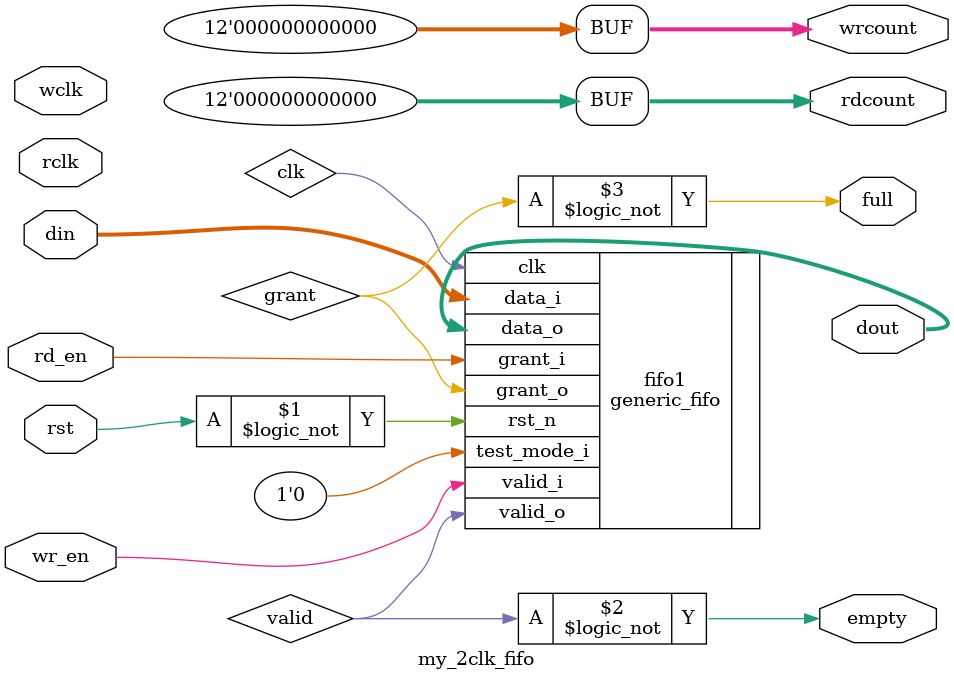
<source format=v>
`default_nettype none

  module my_2clk_fifo #(parameter width=9) (
                                       input wire              rclk,
                                       input wire              wclk,
                                       input wire              rst,
                                       input wire [width-1:0]  din,
                                       input wire              wr_en,
                                       input wire              rd_en,
                                       output wire [width-1:0] dout,
                                       output wire             full,
                                       output wire             empty,
                                       output wire [11:0]      rdcount, // 12-bit output: Read count
                                       output wire [11:0]      wrcount // 12-bit output: Write count
                                       );

`ifdef FPGA

   wire [31:0]                                                 DO, DI;
   wire [3:0]                                                  DOP, DIP;

   assign dout = {DOP[width/9-1:0],DO[width/9*8-1:0]};
   assign DIP = din[width-1:width/9*8];
   assign DI = din[width/9*8-1:0];


   // FIFO18E1: 18Kb FIFO (First-In-First-Out) Block RAM Memory
   //           Artix-7
   // Xilinx HDL Language Template, version 2015.4

   generate
         if (width==36)
      begin:gen36

     FIFO18E1 #(
                .ALMOST_EMPTY_OFFSET(13'h0080),    // Sets the almost empty threshold
                .ALMOST_FULL_OFFSET(13'h0080),     // Sets almost full threshold
                .DATA_WIDTH(width),                // Sets data width to 4-36
                .DO_REG(1),                        // Enable output register (1-0) Must be 1 if EN_SYN = FALSE
                .EN_SYN("FALSE"),                  // Specifies FIFO as dual-clock (FALSE) or Synchronous (TRUE)
                .FIFO_MODE("FIFO18_36"),           // Sets mode to FIFO18 or FIFO18_36
                .FIRST_WORD_FALL_THROUGH("FALSE"), // Sets the FIFO FWFT to FALSE, TRUE
                .INIT(36'h000000000),              // Initial values on output port
                .SIM_DEVICE("7SERIES"),            // Must be set to "7SERIES" for simulation behavior
                .SRVAL(36'h000000000)              // Set/Reset value for output port
                )
      FIFO18E1_inst_36 (
                        // Read Data: 32-bit (each) output: Read output data
                        .DO(DO),                   // 32-bit output: Data output
                        .DOP(DOP),                 // 4-bit output: Parity data output
                        // Status: 1-bit (each) output: Flags and other FIFO status outputs
                        .ALMOSTEMPTY(),            // 1-bit output: Almost empty flag
                        .ALMOSTFULL(),             // 1-bit output: Almost full flag
                        .EMPTY(empty),             // 1-bit output: Empty flag
                        .FULL(full),               // 1-bit output: Full flag
                        .RDCOUNT(rdcount),         // 12-bit output: Read count
                        .RDERR(),                  // 1-bit output: Read error
                        .WRCOUNT(wrcount),         // 12-bit output: Write count
                        .WRERR(),                  // 1-bit output: Write error
                        // Read Control Signals: 1-bit (each) input: Read clock, enable and reset input signals
                        .RDCLK(rclk),               // 1-bit input: Read clock
                        .RDEN(rd_en),              // 1-bit input: Read enable
                        .REGCE(1'b1),              // 1-bit input: Clock enable
                        .RSTREG(1'b0),              // 1-bit input: Asynchronous Reset
                        .RST(rst),                 // 1-bit input: Asynchronous Reset
                        // Write Control Signals: 1-bit (each) input: Write clock and enable input signals
                        .WRCLK(wclk),               // 1-bit input: Write clock
                        .WREN(wr_en),              // 1-bit input: Write enable
                        // Write Data: 32-bit (each) input: Write input data
                        .DI(DI),                   // 32-bit input: Data input
                        .DIP(DIP)                  // 4-bit input: Parity input
                        );
         end
         else
           begin:genelse
     FIFO18E1 #(
                .ALMOST_EMPTY_OFFSET(13'h0080),    // Sets the almost empty threshold
                .ALMOST_FULL_OFFSET(13'h0080),     // Sets almost full threshold
                .DATA_WIDTH(width),                // Sets data width to 4-36
      .DO_REG(1),                        // mdh to 1 Enable output register (1-0) Must be 1 if EN_SYN = FALSE
      .EN_SYN("FALSE"),                   // mdh to FALSE Specifies FIFO as dual-clock (FALSE) or Synchronous (TRUE)
                .FIFO_MODE("FIFO18"),              // Sets mode to FIFO18 or FIFO18_36
                .FIRST_WORD_FALL_THROUGH("FALSE"), // Sets the FIFO FWFT to FALSE, TRUE
                .INIT(36'h000000000),              // Initial values on output port
                .SIM_DEVICE("7SERIES"),            // Must be set to "7SERIES" for simulation behavior
                .SRVAL(36'h000000000)              // Set/Reset value for output port
                )
      FIFO18E1_inst_18 (
                        // Read Data: 32-bit (each) output: Read output data
                        .DO(DO),                   // 32-bit output: Data output
                        .DOP(DOP),                 // 4-bit output: Parity data output
                        // Status: 1-bit (each) output: Flags and other FIFO status outputs
                        .ALMOSTEMPTY(),            // 1-bit output: Almost empty flag
                        .ALMOSTFULL(),             // 1-bit output: Almost full flag
                        .EMPTY(empty),             // 1-bit output: Empty flag
                        .FULL(full),               // 1-bit output: Full flag
                        .RDCOUNT(rdcount),         // 12-bit output: Read count
                        .RDERR(),                  // 1-bit output: Read error
                        .WRCOUNT(wrcount),         // 12-bit output: Write count
                        .WRERR(),                  // 1-bit output: Write error
                        // Read Control Signals: 1-bit (each) input: Read clock, enable and reset input signals
                        .RDCLK(rclk),              // 1-bit input: Read clock
                        .RDEN(rd_en),              // 1-bit input: Read enable
                        .REGCE(1'b1),              // 1-bit input: Clock enable
                        .RST(rst),                 // 1-bit input: Asynchronous Reset
                        .RSTREG(1'b0),              // 1-bit input: Output register set/reset
                        // Write Control Signals: 1-bit (each) input: Write clock and enable input signals
                        .WRCLK(wclk),              // 1-bit input: Write clock
                        .WREN(wr_en),               // 1-bit input: Write enable
                        // Write Data: 32-bit (each) input: Write input data
                        .DI(DI),                   // 32-bit input: Data input
                        .DIP(DIP)                  // 4-bit input: Parity input
                        );
      end
   endgenerate

`else // !`ifdef FPGA

   wire grant, valid;

 generic_fifo
  #(
     .DATA_WIDTH(width),
     .DATA_DEPTH(512)
     )
   fifo1
   (
    .clk(clk),
    .rst_n(!rst),
    //PUSH SIDE
    .data_i(din),
    .valid_i(wr_en),
    .grant_o(grant),
    //POP SIDE
    .data_o(dout),
    .valid_o(valid),
    .grant_i(rd_en),
    .test_mode_i(1'b0)
    );

   assign empty = !valid;
   assign full = !grant;
   assign wrcount = 0;
   assign rdcount = 0;

`endif

endmodule
`default_nettype wire

</source>
